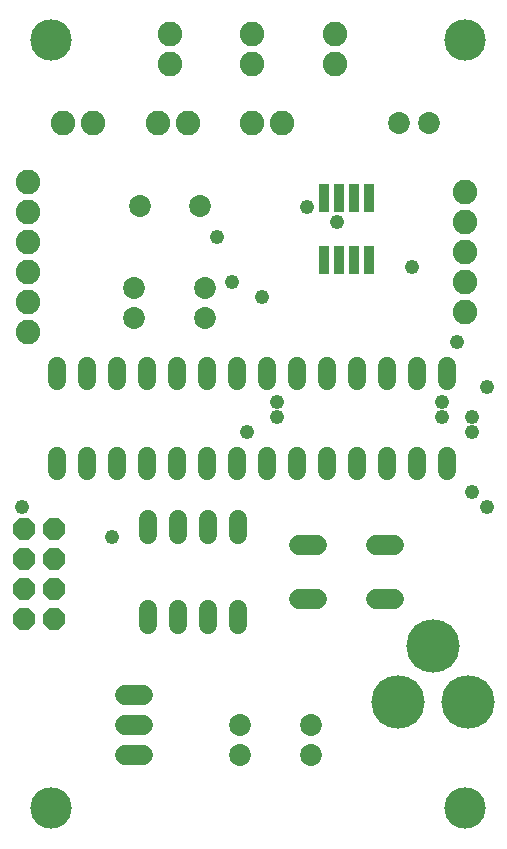
<source format=gts>
G75*
%MOIN*%
%OFA0B0*%
%FSLAX24Y24*%
%IPPOS*%
%LPD*%
%AMOC8*
5,1,8,0,0,1.08239X$1,22.5*
%
%ADD10OC8,0.0740*%
%ADD11C,0.0820*%
%ADD12C,0.0600*%
%ADD13C,0.1380*%
%ADD14R,0.0320X0.0950*%
%ADD15C,0.0680*%
%ADD16C,0.0730*%
%ADD17C,0.1780*%
%ADD18C,0.0480*%
D10*
X001517Y008467D03*
X001517Y009467D03*
X001517Y010467D03*
X001517Y011467D03*
X002517Y011467D03*
X002517Y010467D03*
X002517Y009467D03*
X002517Y008467D03*
D11*
X001643Y018015D03*
X001643Y019015D03*
X001643Y020015D03*
X001643Y021015D03*
X001643Y022015D03*
X001643Y023015D03*
X002824Y024983D03*
X003824Y024983D03*
X005973Y024983D03*
X006973Y024983D03*
X006367Y026952D03*
X006367Y027952D03*
X009123Y027952D03*
X009123Y026952D03*
X009123Y024983D03*
X010123Y024983D03*
X011879Y026952D03*
X011879Y027952D03*
X016210Y022684D03*
X016210Y021684D03*
X016210Y020684D03*
X016210Y019684D03*
X016210Y018684D03*
D12*
X015623Y016901D02*
X015623Y016381D01*
X014623Y016381D02*
X014623Y016901D01*
X013623Y016901D02*
X013623Y016381D01*
X012623Y016381D02*
X012623Y016901D01*
X011623Y016901D02*
X011623Y016381D01*
X010623Y016381D02*
X010623Y016901D01*
X009623Y016901D02*
X009623Y016381D01*
X008623Y016381D02*
X008623Y016901D01*
X007623Y016901D02*
X007623Y016381D01*
X006623Y016381D02*
X006623Y016901D01*
X005623Y016901D02*
X005623Y016381D01*
X004623Y016381D02*
X004623Y016901D01*
X003623Y016901D02*
X003623Y016381D01*
X002623Y016381D02*
X002623Y016901D01*
X002623Y013901D02*
X002623Y013381D01*
X003623Y013381D02*
X003623Y013901D01*
X004623Y013901D02*
X004623Y013381D01*
X005623Y013381D02*
X005623Y013901D01*
X006623Y013901D02*
X006623Y013381D01*
X007623Y013381D02*
X007623Y013901D01*
X008623Y013901D02*
X008623Y013381D01*
X009623Y013381D02*
X009623Y013901D01*
X010623Y013901D02*
X010623Y013381D01*
X011623Y013381D02*
X011623Y013901D01*
X012623Y013901D02*
X012623Y013381D01*
X013623Y013381D02*
X013623Y013901D01*
X014623Y013901D02*
X014623Y013381D01*
X015623Y013381D02*
X015623Y013901D01*
X008654Y011783D02*
X008654Y011263D01*
X007654Y011263D02*
X007654Y011783D01*
X006654Y011783D02*
X006654Y011263D01*
X005654Y011263D02*
X005654Y011783D01*
X005654Y008783D02*
X005654Y008263D01*
X006654Y008263D02*
X006654Y008783D01*
X007654Y008783D02*
X007654Y008263D01*
X008654Y008263D02*
X008654Y008783D01*
D13*
X002430Y002149D03*
X016210Y002149D03*
X016210Y027739D03*
X002430Y027739D03*
D14*
X011523Y022470D03*
X012023Y022470D03*
X012523Y022470D03*
X013023Y022470D03*
X013023Y020410D03*
X012523Y020410D03*
X012023Y020410D03*
X011523Y020410D03*
D15*
X011293Y010913D02*
X010693Y010913D01*
X010693Y009133D02*
X011293Y009133D01*
X013253Y009133D02*
X013853Y009133D01*
X013853Y010913D02*
X013253Y010913D01*
X005486Y005904D02*
X004886Y005904D01*
X004886Y004904D02*
X005486Y004904D01*
X005486Y003904D02*
X004886Y003904D01*
D16*
X008729Y003904D03*
X008729Y004904D03*
X011091Y004904D03*
X011091Y003904D03*
X007548Y018471D03*
X007548Y019471D03*
X007367Y022227D03*
X005367Y022227D03*
X005186Y019471D03*
X005186Y018471D03*
X014028Y024983D03*
X015028Y024983D03*
D17*
X015147Y007542D03*
X016328Y005692D03*
X013965Y005692D03*
D18*
X016962Y012180D03*
X016462Y012680D03*
X016462Y014680D03*
X016462Y015180D03*
X016962Y016180D03*
X015962Y017680D03*
X015462Y015680D03*
X015462Y015180D03*
X014462Y020180D03*
X011962Y021680D03*
X010962Y022180D03*
X009462Y019180D03*
X008462Y019680D03*
X007962Y021180D03*
X009962Y015680D03*
X009962Y015180D03*
X008962Y014680D03*
X004462Y011180D03*
X001462Y012180D03*
M02*

</source>
